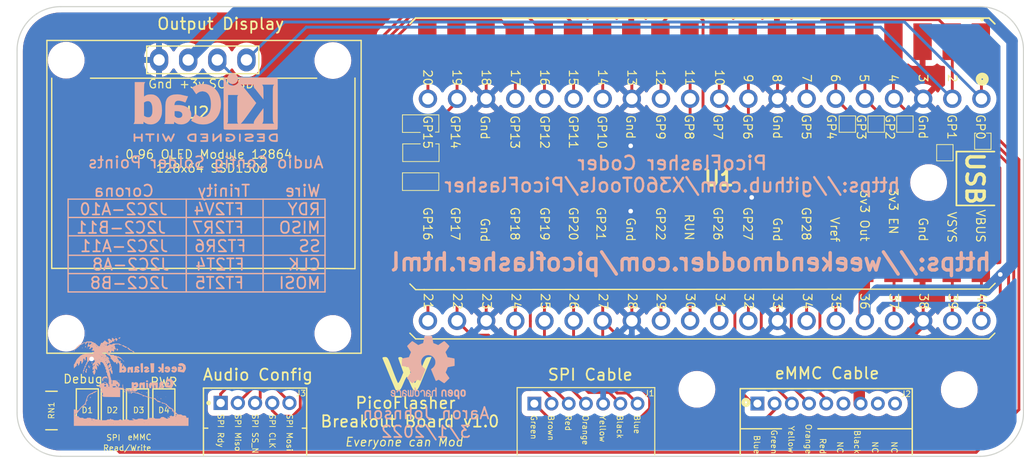
<source format=kicad_pcb>
(kicad_pcb (version 20211014) (generator pcbnew)
  (layers (0 "F.Cu" signal) (31 "B.Cu" signal) (34 "B.Paste" user) (35 "F.Paste" user) (36 "B.SilkS" user "B.Silkscreen") (37 "F.SilkS" user "F.Silkscreen") (38 "B.Mask" user) (39 "F.Mask" user) (44 "Edge.Cuts" user))
  (net 0 "")
  (net 1 "Net-(D1-Pad1)")
  (net 2 "Net-(D2-Pad1)")
  (net 3 "Net-(D3-Pad1)")
  (net 4 "Net-(D4-Pad1)")
  (net 5 "E-Yellow")
  (net 6 "E-Red")
  (net 7 "E-Orange")
  (net 8 "E-Blue")
  (net 9 "S-Orange")
  (net 10 "S-Brown")
  (net 11 "S-Red")
  (net 12 "S-Black")
  (net 13 "S-Blue")
  (net 14 "GND")
  (net 15 "Debug")
  (net 16 "eMMC")
  (net 17 "SPI")
  (net 18 "OLED Data")
  (net 19 "OLED Clock")
  (net 20 "3.3 Out")
  (net 22 "E-Green")
  (net 23 "A_Red")
  (net 24 "A_Black")
  (net 25 "A_Yellow")
  (net 26 "A_Green")
  (net 27 "unconnected-(U1-Pad7)")
  (net 28 "unconnected-(U1-Pad14)")
  (net 29 "unconnected-(U1-Pad29)")
  (net 30 "unconnected-(U1-Pad30)")
  (net 31 "unconnected-(U1-Pad31)")
  (net 32 "unconnected-(U1-Pad32)")
  (net 33 "unconnected-(U1-Pad34)")
  (net 34 "unconnected-(U1-Pad35)")
  (net 35 "unconnected-(U1-Pad37)")
  (net 36 "unconnected-(U1-Pad39)")
  (net 37 "unconnected-(U1-Pad40)")
  (net 40 "A_Blue")
  (footprint "LED_SMD:LED_0805_2012Metric_Pad1.15x1.40mm_HandSolder" (layer "F.Cu") (at 98.75 98.725 -90)
    (fp_text reference "D3")
    (fp_text value "Data" hide)
  )
  (footprint "MountingHole:MountingHole_2.2mm_M2" (layer "F.Cu") (at 92.5335 92)
    (fp_text reference "REF**" hide)
    (fp_text value "MountingHole_2.2mm_M2" hide)
  )
  (footprint "Merlin:WeekendModder" (layer "F.Cu") (at 121.979503 95.2)
    (fp_text reference "G***" hide)
    (fp_text value "LOGO" hide)
  )
  (footprint "LED_SMD:LED_0805_2012Metric_Pad1.15x1.40mm_HandSolder" (layer "F.Cu") (at 96.55 98.725 -90)
    (fp_text reference "D2")
    (fp_text value "Debug" hide)
  )
  (footprint "MountingHole:MountingHole_2.2mm_M2" (layer "F.Cu") (at 115.7835 92.025)
    (fp_text reference "REF**" hide)
    (fp_text value "MountingHole_2.2mm_M2" hide)
  )
  (footprint "MountingHole:MountingHole_2.2mm_M2" (layer "F.Cu") (at 147.525 96.9)
    (fp_text reference "REF**" hide)
    (fp_text value "MountingHole_2.2mm_M2" hide)
  )
  (footprint "MountingHole:MountingHole_2.2mm_M2" (layer "F.Cu") (at 92.5335 68.175)
    (fp_text reference "REF**" hide)
    (fp_text value "MountingHole_2.2mm_M2" hide)
  )
  (footprint "Merlin:S7BZRLFSN" (layer "F.Cu") (at 133.35 98.15)
    (fp_text reference "J2" hide)
    (fp_text value "S7B-ZR_LF__SN_" hide)
  )
  (footprint "Merlin:PICO_SMD" (layer "F.Cu") (at 122.65 65.75 -90)
    (fp_text reference "U1e" hide)
    (fp_text value "PICO" hide)
  )
  (footprint "Resistor_SMD:R_Array_Convex_4x0603" (layer "F.Cu") (at 91.25 98.75 180)
    (fp_text reference "RN1" hide)
    (fp_text value "2-1622819-4" hide)
  )
  (footprint "LED_SMD:LED_0805_2012Metric_Pad1.15x1.40mm_HandSolder" (layer "F.Cu") (at 101.05 98.725 -90)
    (fp_text reference "D4")
    (fp_text value "Data" hide)
  )
  (footprint "MountingHole:MountingHole_2.2mm_M2" (layer "F.Cu") (at 167.725 78.85)
    (fp_text reference "REF**" hide)
    (fp_text value "MountingHole_2.2mm_M2" hide)
  )
  (footprint "MountingHole:MountingHole_2.2mm_M2" (layer "F.Cu") (at 170.4 96.925)
    (fp_text reference "REF**" hide)
    (fp_text value "MountingHole_2.2mm_M2" hide)
  )
  (footprint "Merlin:JST_B9B-ZR(LF)(SN)" (layer "F.Cu") (at 158.8 98.14325 180)
    (fp_text reference "J1" hide)
    (fp_text value "B9B-ZR(LF)(SN)" hide)
  )
  (footprint "Merlin:128x64OLED" (layer "F.Cu") (at 104.25 78.75)
    (fp_text reference "U2")
    (fp_text value "SSD1306" hide)
  )
  (footprint "MountingHole:MountingHole_2.2mm_M2" (layer "F.Cu") (at 115.7835 68.2)
    (fp_text reference "REF**" hide)
    (fp_text value "MountingHole_2.2mm_M2" hide)
  )
  (footprint "Merlin:JST_B5B-ZR(LF)(SN)" (layer "F.Cu") (at 106 98.0915 180)
    (fp_text reference "J3")
    (fp_text value "Conn_01x05")
  )
  (footprint "LED_SMD:LED_0805_2012Metric_Pad1.15x1.40mm_HandSolder" (layer "F.Cu") (at 94.375 98.725 -90)
    (fp_text reference "D1")
    (fp_text value "PWR" hide)
  )
  (footprint "Merlin:PICO_THT" (layer "F.Cu") (at 122.702 70.73 -90)
    (fp_text reference "U1")
    (fp_text value "PICO" hide)
  )
  (footprint "Merlin:OSHW-Logo2_7.3x6mm_SilkScreen" (layer "B.Cu") (at 124.1 95 180)
    (fp_text reference "REF**" hide)
    (fp_text value "OSHW-Logo2_7.3x6mm_SilkScreen" hide)
  )
  (footprint "Symbol:KiCad-Logo2_5mm_SilkScreen" (layer "B.Cu") (at 104.7 72.3 180)
    (fp_text reference "REF**" hide)
    (fp_text value "KiCad-Logo2_5mm_SilkScreen" hide)
  )
  (footprint "Merlin:GeekIsland_10mmX8mm" (layer "B.Cu") (at 98.2 96.1 180)
    (fp_text reference "G***" hide)
    (fp_text value "LOGO" hide)
  )
  (gr_line (start 115.1 88.4) (end 92.7 88.4) (layer "B.SilkS") (width 0.12))
  (gr_line (start 115.1 85.2) (end 92.7 85.2) (layer "B.SilkS") (width 0.12))
  (gr_line (start 115.1 83.5) (end 92.7 83.5) (layer "B.SilkS") (width 0.12))
  (gr_line (start 109.7 80.3) (end 109.7 88.4) (layer "B.SilkS") (width 0.12))
  (gr_line (start 115.1 80.3) (end 115.1 88.4) (layer "B.SilkS") (width 0.12))
  (gr_line (start 115.1 81.9) (end 92.7 81.9) (layer "B.SilkS") (width 0.12))
  (gr_line (start 103 80.3) (end 103 88.4) (layer "B.SilkS") (width 0.12))
  (gr_line (start 115.1 80.3) (end 92.7 80.3) (layer "B.SilkS") (width 0.12))
  (gr_line (start 92.7 80.3) (end 92.7 88.4) (layer "B.SilkS") (width 0.12))
  (gr_line (start 115.1 86.8) (end 92.7 86.8) (layer "B.SilkS") (width 0.12))
  (gr_line (start 170.15 80.85) (end 173.4625 80.85) (layer "F.SilkS") (width 0.15))
  (gr_line (start 125.045 75.48) (end 124.74 75.48) (layer "F.SilkS") (width 0.075))
  (gr_line (start 173 64.5) (end 173.5 65) (layer "F.SilkS") (width 0.15))
  (gr_line (start 173.5 92) (end 173 92.5) (layer "F.SilkS") (width 0.12))
  (gr_line (start 173.4625 76.15) (end 170.15 76.15) (layer "F.SilkS") (width 0.15))
  (gr_line (start 122.5 92) (end 123 92.5) (layer "F.SilkS") (width 0.12))
  (gr_line (start 123 92.5) (end 173 92.5) (layer "F.SilkS") (width 0.12))
  (gr_line (start 125.0225 74.45) (end 124.7175 74.45) (layer "F.SilkS") (width 0.075))
  (gr_line (start 173 64.5) (end 123 64.5) (layer "F.SilkS") (width 0.15))
  (gr_line (start 123 88.2) (end 122.5 87.7) (layer "F.SilkS") (width 0.12))
  (gr_line (start 173.025 88.15) (end 123.75 88.2) (layer "F.SilkS") (width 0.12))
  (gr_line (start 173.525 87.65) (end 173.025 88.15) (layer "F.SilkS") (width 0.12))
  (gr_line (start 170.15 76.15) (end 170.15 80.85) (layer "F.SilkS") (width 0.15))
  (gr_line (start 123.75 88.2) (end 123 88.2) (layer "F.SilkS") (width 0.12))
  (gr_line (start 122.5 65) (end 123 64.5) (layer "F.SilkS") (width 0.15))
  (gr_arc (start 172.19 63.5) (mid 174.884077 64.615923) (end 176 67.31) (layer "Edge.Cuts") (width 0.1))
  (gr_line (start 92.06 63.5) (end 172.19 63.5) (layer "Edge.Cuts") (width 0.1))
  (gr_arc (start 92.06 102.75) (mid 89.365923 101.634077) (end 88.25 98.94) (layer "Edge.Cuts") (width 0.1))
  (gr_arc (start 88.25 67.31) (mid 89.365923 64.615923) (end 92.06 63.5) (layer "Edge.Cuts") (width 0.1))
  (gr_arc (start 176 98.94) (mid 174.884077 101.634077) (end 172.19 102.75) (layer "Edge.Cuts") (width 0.1))
  (gr_line (start 176 67.31) (end 176 98.94) (layer "Edge.Cuts") (width 0.1))
  (gr_line (start 88.25 67.31) (end 88.25 98.94) (layer "Edge.Cuts") (width 0.1))
  (gr_line (start 92.06 102.75) (end 172.19 102.75) (layer "Edge.Cuts") (width 0.1))
  (gr_text "Wire    Trinity     Corona\nRDY     FT2V4   J2C2-A10\nMISO    FT2R7   J2C2-B11\nSS      FT2R6   J2C2-A11\nCLK     FT2T4   J2C2-A8\nMOSI    FT2T5   J2C2-B8" (at 114.8 83.6) (layer "B.SilkS") (effects (font (size 1 1)) (justify left mirror)))
  (gr_text "PicoFlasher Coder\nhttps://github.com/X360Tools/PicoFlasher" (at 145.375 78.125) (layer "B.SilkS") (effects (font (size 1.2 1.2) (thickness 0.2)) (justify mirror)))
  (gr_text "Aaron Johnson\n3/1/2022" (at 123.9 99.8) (layer "B.SilkS") (effects (font (size 1 1)) (justify mirror)))
  (gr_text "Audio Config Solder Points" (at 104.7 77.1) (layer "B.SilkS") (effects (font (size 1 1)) (justify mirror)))
  (gr_text "https://weekendmodder.com/picoflasher.html" (at 147 85.8) (layer "B.SilkS") (effects (font (size 1.5 1.5) (thickness 0.3)) (justify mirror)))
  (gr_text "PicoFlasher \nBreakout Board v1.0" (at 122.5 98.9) (layer "F.SilkS") (effects (font (size 1 1))))
  (gr_text "3" (at 167.25 69.75 270) (layer "F.SilkS") (effects (font (size 0.75 0.75) (thickness 0.1))))
  (gr_text "J2" (at 165.75 97.3) (layer "F.SilkS") (effects (font (size 0.5 0.5) (thickness 0.075))))
  (gr_text "Blue" (at 142.3 99.1 270) (layer "F.SilkS") (effects (font (size 0.5 0.5) (thickness 0.075)) (justify left)))
  (gr_text "Vref" (at 159.55 82.95 270) (layer "F.SilkS") (effects (font (size 0.75 0.75) (thickness 0.1))))
  (gr_text "Red" (at 158.5 102.6 270) (layer "F.SilkS") (effects (font (size 0.5 0.5) (thickness 0.075)) (justify right)))
  (gr_text "GP2" (at 164.35 74 270) (layer "F.SilkS") (effects (font (size 0.75 0.75) (thickness 0.1))))
  (gr_text "Yellow" (at 155.75 102.5 270) (layer "F.SilkS") (effects (font (size 0.5 0.5) (thickness 0.075)) (justify right)))
  (gr_text "Green" (at 133.3 99.1 270) (layer "F.SilkS") (effects (font (size 0.5 0.5) (thickness 0.075)) (justify left)))
  (gr_text "26" (at 136.8 89.225 270) (layer "F.SilkS") (effects (font (size 0.75 0.75) (thickness 0.1))))
  (gr_text "8" (at 154.5 69.75 270) (layer "F.SilkS") (effects (font (size 0.75 0.75) (thickness 0.1))))
  (gr_text "40" (at 172.35 89.225 270) (layer "F.SilkS") (effects (font (size 0.75 0.75) (thickness 0.1))))
  (gr_text "35" (at 159.65 89.225 270) (layer "F.SilkS") (effects (font (size 0.75 0.75) (thickness 0.1))))
  (gr_text "Read/Write" (at 97.85 102.025) (layer "F.SilkS") (effects (font (size 0.5 0.5) (thickness 0.075))))
  (gr_text "Gnd" (at 167.25 74 270) (layer "F.SilkS") (effects (font (size 0.75 0.75) (thickness 0.1))))
  (gr_text "10" (at 149.5 69.7 270) (layer "F.SilkS") (effects (font (size 0.75 0.75) (thickness 0.1))))
  (gr_text "eMMC Cable" (at 158.875 95.5) (layer "F.SilkS") (effects (font (size 1 1))))
  (gr_text "SPI Rdy" (at 106 99 270) (layer "F.SilkS") (effects (font (size 0.5 0.5) (thickness 0.075)) (justify left)))
  (gr_text "17" (at 131.7 69.7 270) (layer "F.SilkS") (effects (font (size 0.75 0.75) (thickness 0.1))))
  (gr_text "22" (at 126.65 89.225 270) (layer "F.SilkS") (effects (font (size 0.75 0.75) (thickness 0.1))))
  (gr_text "SPI Miso" (at 107.5 99 270) (layer "F.SilkS") (effects (font (size 0.5 0.5) (thickness 0.075)) (justify left)))
  (gr_text "GP20" (at 136.75 82.45 270) (layer "F.SilkS") (effects (font (size 0.75 0.75) (thickness 0.1))))
  (gr_text "18" (at 129.15 69.7 270) (layer "F.SilkS") (effects (font (size 0.75 0.75) (thickness 0.1))))
  (gr_text "SPI Mosi" (at 112 99 270) (layer "F.SilkS") (effects (font (size 0.5 0.5) (thickness 0.075)) (justify left)))
  (gr_text "Gnd" (at 141.75 74 270) (layer "F.SilkS") (effects (font (size 0.75 0.75) (thickness 0.1))))
  (gr_text "30" (at 146.95 89.225 270) (layer "F.SilkS") (effects (font (size 0.75 0.75) (thickness 0.1))))
  (gr_text "16" (at 134.25 69.7 270) (layer "F.SilkS") (effects (font (size 0.75 0.75) (thickness 0.1))))
  (gr_text "Black" (at 140.8 99.1 270) (layer "F.SilkS") (effects (font (size 0.5 0.5) (thickness 0.075)) (justify left)))
  (gr_text "13" (at 141.85 69.7 270) (layer "F.SilkS") (effects (font (size 0.75 0.75) (thickness 0.1))))
  (gr_text "GP19" (at 134.25 82.45 270) (layer "F.SilkS") (effects (font (size 0.75 0.75) (thickness 0.1))))
  (gr_text "NC" (at 163.05 101.4 270) (layer "F.SilkS") (effects (font (size 0.5 0.5) (thickness 0.075)) (justify left)))
  (gr_text "38" (at 167.3 89.225 270) (layer "F.SilkS") (effects (font (size 0.75 0.75) (thickness 0.1))))
  (gr_text "5" (at 162.1 69.75 270) (layer "F.SilkS") (effects (font (size 0.75 0.75) (thickness 0.1))))
  (gr_text "37" (at 164.7 89.225 270) (layer "F.SilkS") (effects (font (size 0.75 0.75) (thickness 0.1))))
  (gr_text "Blue" (at 152.75 102.6 270) (layer "F.SilkS") (effects (font (size 0.5 0.5) (thickness 0.075)) (justify right)))
  (gr_text "25" (at 134.3 89.225 270) (layer "F.SilkS") (effects (font (size 0.75 0.75) (thickness 0.1))))
  (gr_text "GP22" (at 144.35 82.45 270) (layer "F.SilkS") (effects (font (size 0.75 0.75) (thickness 0.1))))
  (gr_text "Orange" (at 157.25 102.6 270) (layer "F.SilkS") (effects (font (size 0.5 0.5) (thickness 0.075)) (justify right)))
  (gr_text "3v3 Out" (at 162.15 81.75 270) (layer "F.SilkS") (effects (font (size 0.75 0.75) (thickness 0.1))))
  (gr_text "29" (at 144.4 89.225 270) (layer "F.SilkS") (effects (font (size 0.75 0.75) (thickness 0.1))))
  (gr_text "SPI" (at 96.65 101.125) (layer "F.SilkS") (effects (font (size 0.5 0.5) (thickness 0.075))))
  (gr_text "Yellow" (at 139.3 99.1 270) (layer "F.SilkS") (effects (font (size 0.5 0.5) (thickness 0.075)) (justify left)))
  (gr_text "15" (at 136.75 69.7 270) (layer "F.SilkS") (effects (font (size 0.75 0.75) (thickness 0.1))))
  (gr_text "GP5" (at 157.05 74 270) (layer "F.SilkS") (effects (font (size 0.75 0.75) (thickness 0.1))))
  (gr_text "2" (at 169.8 69.75 270) (layer "F.SilkS") (effects (font (size 0.75 0.75) (thickness 0.1))))
  (gr_text "GP28" (at 157.05 82.45 270) (layer "F.SilkS") (effects (font (size 0.75 0.75) (thickness 0.1))))
  (gr_text "GP1" (at 169.75 74 270) (layer "F.SilkS") (effects (font (size 0.75 0.75) (thickness 0.1))))
  (gr_text "39" (at 169.85 89.225 270) (layer "F.SilkS") (effects (font (size 0.75 0.75) (thickness 0.1))))
  (gr_text "GP10" (at 139.25 74.45 270) (layer "F.SilkS") (effects (font (size 0.75 0.75) (thickness 0.1))))
  (gr_text "28" (at 141.9 89.225 270) (layer "F.SilkS") (effects (font (size 0.75 0.75) (thickness 0.1))))
  (gr_text "27" (at 139.35 89.225 270) (layer "F.SilkS") (effects (font (size 0.75 0.75) (thickness 0.1))))
  (gr_text "GP21" (at 139.15 82.45 270) (layer "F.SilkS") (effects (font (size 0.75 0.75) (thickness 0.1))))
  (gr_text "Black" (at 161.5 101.5 270) (layer "F.SilkS") (effects (font (size 0.5 0.5) (thickness 0.075))))
  (gr_text "Gnd" (at 129.05 74.05 270) (layer "F.SilkS") (effects (font (size 0.75 0.75) (thickness 0.1))))
  (gr_text "Green" (at 154.25 102.6 270) (layer "F.SilkS") (effects (font (size 0.5 0.5) (thickness 0.075)) (justify right)))
  (gr_text "Gnd" (at 141.75 82.95 270) (layer "F.SilkS") (effects (font (size 0.75 0.75) (thickness 0.1))))
  (gr_text "Red" (at 136.3 99.1 270) (layer "F.SilkS") (effects (font (size 0.5 0.5) (thickness 0.075)) (justify left)))
  (gr_text "SCL" (at 106 70.25) (layer "F.SilkS") (effects (font (size 0.75 0.75) (thickness 0.1))))
  (gr_text "33" (at 154.55 89.225 270) (layer "F.SilkS") (effects (font (size 0.75 0.75) (thickness 0.1))))
  (gr_text "36" (at 162.15 89.225 270) (layer "F.SilkS") (effects (font (size 0.75 0.75) (thickness 0.1))))
  (gr_text "GP7" (at 149.35 74 270) (layer "F.SilkS") (effects (font (size 0.75 0.75) (thickness 0.1))))
  (gr_text "NC" (at 160 101.4 270) (layer "F.SilkS") (effects (font (size 0.5 0.5) (thickness 0.075)) (justify left)))
  (gr_text "GP16" (at 124.05 82.45 270) (layer "F.SilkS") (effects (font (size 0.75 0.75) (thickness 0.1))))
  (gr_text "Brown" (at 134.8 99.1 270) (layer "F.SilkS") (effects (font (size 0.5 0.5) (thickness 0.075)) (justify left)))
  (gr_text "3v3 EN" (at 164.65 81.35 270) (layer "F.SilkS") (effects (font (size 0.75 0.75) (thickness 0.1))))
  (gr_text "RUN" (at 146.85 82.75 270) (layer "F.SilkS") (effects (font (size 0.75 0.75) (thickness 0.1))))
  (gr_text "GP14" (at 126.45 74.45 270) (layer "F.SilkS") (effects (font (size 0.75 0.75) (thickness 0.1))))
  (gr_text "SPI Cable" (at 138.225 95.625) (layer "F.SilkS") (effects (font (size 1 1))))
  (gr_text "GP15" (at 124.05 74.45 270) (layer "F.SilkS") (effects (font (size 0.75 0.75) (thickness 0.1))))
  (gr_text "0.96 OLED Module 12864 \n128x64 SSD1306" (at 105.25 77) (layer "F.SilkS") (effects (font (size 0.75 0.75) (thickness 0.1))))
  (gr_text "Orange" (at 137.8 99.1 270) (layer "F.SilkS") (effects (font (size 0.5 0.5) (thickness 0.075)) (justify left)))
  (gr_text "34" (at 157.15 89.225 270) (layer "F.SilkS") (effects (font (size 0.75 0.75) (thickness 0.1))))
  (gr_text "Audio Config" (at 109.25 95.625) (layer "F.SilkS") (effects (font (size 1 1))))
  (gr_text "+3v" (at 103.5 70.25) (layer "F.SilkS") (effects (font (size 0.75 0.75) (thickness 0.1))))
  (gr_text "GP9" (at 144.35 74 270) (layer "F.SilkS") (effects (font (size 0.75 0.75) (thickness 0.1))))
  (gr_text "20" (at 124.05 69.7 270) (layer "F.SilkS") (effects (font (size 0.75 0.75) (thickness 0.1))))
  (gr_text "GP8" (at 146.85 74 270) (layer "F.SilkS") (effects (font (size 0.75 0.75) (thickness 0.1))))
  (gr_text "Gnd" (at 100.75 70.25) (layer "F.SilkS") (effects (font (size 0.75 0.75) (thickness 0.1))))
  (gr_text "GP12" (at 134.25 74.45 270) (layer "F.SilkS") (effects (font (size 0.75 0.75) (thickness 0.1))))
  (gr_text "PWR" (at 101.05 96.26) (layer "F.SilkS") (effects (font (size 0.75 0.75) (thickness 0.1))))
  (gr_text "GP27" (at 151.95 82.45 270) (layer "F.SilkS") (effects (font (size 0.75 0.75) (thickness 0.1))))
  (gr_text "Gnd" (at 129.05 83 270) (layer "F.SilkS") (effects (font (size 0.75 0.75) (thickness 0.1))))
  (gr_text "GP6" (at 151.95 74 270) (layer "F.SilkS") (effects (font (size 0.75 0.75) (thickness 0.1))))
  (gr_text "31" (at 149.55 89.225 270) (layer "F.SilkS") (effects (font (size 0.75 0.75) (thickness 0.1))))
  (gr_text "GP3" (at 161.85 74 270) (layer "F.SilkS") (effects (font (size 0.75 0.75) (thickness 0.1))))
  (gr_text "12" (at 144.35 69.7 270) (layer "F.SilkS") (effects (font (size 0.75 0.75) (thickness 0.1))))
  (gr_text "23" (at 129.2 89.225 270) (layer "F.SilkS") (effects (font (size 0.75 0.75) (thickness 0.1))))
  (gr_text "GP0" (at 172.25 74 270) (layer "F.SilkS") (effects (font (size 0.75 0.75) (thickness 0.1))))
  (gr_text "4" (at 164.65 69.75 270) (layer "F.SilkS") (effects (font (size 0.75 0.75) (thickness 0.1))))
  (gr_text "SPI CLK" (at 110.5 99 270) (layer "F.SilkS") (effects (font (size 0.5 0.5) (thickness 0.075)) (justify left)))
  (gr_text "SDA" (at 108.5 70.25) (layer "F.SilkS") (effects (font (size 0.75 0.75) (thickness 0.1))))
  (gr_text "GP18" (at 131.65 82.45 270) (layer "F.SilkS") (effects (font (size 0.75 0.75) (thickness 0.1))))
  (gr_text "NC" (at 164.725 101.4 270) (layer "F.SilkS") (effects (font (size 0.5 0.5) (thickness 0.075)) (justify left)))
  (gr_text "J1" (at 142.9 97.25) (layer "F.SilkS") (effects (font (size 0.5 0.5) (thickness 0.075)) (justify left)))
  (gr_text "32" (at 152.05 89.225 270) (layer "F.SilkS") (effects (font (size 0.75 0.75) (thickness 0.1))))
  (gr_text "GP11" (at 136.75 74.45 270) (layer "F.SilkS") (effects (font (size 0.75 0.75) (thickness 0.1))))
  (gr_text "GP26" (at 149.35 82.45 270) (layer "F.SilkS") (effects (font (size 0.75 0.75) (thickness 0.1))))
  (gr_text "VBUS" (at 172.25 82.65 270) (layer "F.SilkS") (effects (font (size 0.75 0.75) (thickness 0.1))))
  (gr_text "7" (at 157.1 69.75 270) (layer "F.SilkS") (effects (font (size 0.75 0.75) (thickness 0.1))))
  (gr_text "GP13" (at 131.65 74.45 270) (layer "F.SilkS") (effects (font (size 0.75 0.75) (thickness 0.1))))
  (gr_text "SPI SS_N" (at 109 99 270) (layer "F.SilkS") (effects (font (size 0.5 0.5) (thickness 0.075)) (justify left)))
  (gr_text "eMMC" (at 98.93 101.085) (layer "F.SilkS") (effects (font (size 0.5 0.5) (thickness 0.075))))
  (gr_text "14" (at 139.3 69.7 270) (layer "F.SilkS") (effects (font (size 0.75 0.75) (thickness 0.1))))
  (gr_text "USB" (at 171.75 78.5 270) (layer "F.SilkS") (effects (font (size 1.5 1.5) (thickness 0.3))))
  (gr_text "Gnd" (at 154.55 74 270) (layer "F.SilkS") (effects (font (size 0.75 0.75) (thickness 0.1))))
  (gr_text "GP17" (at 126.45 82.45 270) (layer "F.SilkS") (effects (font (size 0.75 0.75) (thickness 0.1))))
  (gr_text "6" (at 159.6 69.75 270) (layer "F.SilkS") (effects (font (size 0.75 0.75) (thickness 0.1))))
  (gr_text "Debug" (at 94 96) (layer "F.SilkS") (effects (font (size 0.75 0.75) (thickness 0.1))))
  (gr_text "VSYS" (at 169.75 82.75 270) (layer "F.SilkS") (effects (font (size 0.75 0.75) (thickness 0.1))))
  (gr_text "Gnd" (at 167.25 82.95 270) (layer "F.SilkS") (effects (font (size 0.75 0.75) (thickness 0.1))))
  (gr_text "Gnd" (at 154.55 82.95 270) (layer "F.SilkS") (effects (font (size 0.75 0.75) (thickness 0.1))))
  (gr_text "21" (at 124.1 89.225 270) (layer "F.SilkS") (effects (font (size 0.75 0.75) (thickness 0.1))))
  (gr_text "19" (at 126.6 69.7 270) (layer "F.SilkS") (effects (font (size 0.75 0.75) (thickness 0.1))))
  (gr_text "Everyone can Mod" (at 122 101.5) (layer "F.SilkS") (effects (font (size 0.75 0.75) (thickness 0.1) italic)))
  (gr_text "Output Display" (at 106 65) (layer "F.SilkS") (effects (font (size 1 1))))
  (gr_text "9" (at 152 69.75 270) (layer "F.SilkS") (effects (font (size 0.75 0.75) (thickness 0.1))))
  (gr_text "24" (at 131.75 89.225 270) (layer "F.SilkS") (effects (font (size 0.75 0.75) (thickness 0.1))))
  (gr_text "GP4" (at 159.25 74 270) (layer "F.SilkS") (effects (font (size 0.75 0.75) (thickness 0.1))))
  (gr_text "11" (at 146.9 69.7 270) (layer "F.SilkS") (effects (font (size 0.75 0.75) (thickness 0.1))))
  (segment (start 92.15 99.95) (end 92.587506 99.95) (width 0.25) (layer "F.Cu") (net 1))
  (segment (start 94.55 97.999022) (end 94.55 97.7) (width 0.25) (layer "F.Cu") (net 1))
  (segment (start 94.375 98.162506) (end 94.375 97.7) (width 0.25) (layer "F.Cu") (net 1))
  (segment (start 92.587506 99.95) (end 94.375 98.162506) (width 0.25) (layer "F.Cu") (net 1))
  (segment (start 95.70048 96.80048) (end 93.687027 96.80048) (width 0.25) (layer "F.Cu") (net 2))
  (segment (start 96.55 97.7) (end 96.55 97.65) (width 0.25) (layer "F.Cu") (net 2))
  (segment (start 92.560718 99.15) (end 92.15 99.15) (width 0.25) (layer "F.Cu") (net 2))
  (segment (start 93.35 98.360718) (end 92.560718 99.15) (width 0.25) (layer "F.Cu") (net 2))
  (segment (start 93.35 97.137506) (end 93.35 98.360718) (width 0.25) (layer "F.Cu") (net 2))
  (segment (start 96.55 97.65) (end 95.70048 96.80048) (width 0.25) (layer "F.Cu") (net 2))
  (segment (start 93.687027 96.80048) (end 93.581253 96.906253) (width 0.25) (layer "F.Cu") (net 2))
  (segment (start 93.581253 96.906253) (end 93.35 97.137506) (width 0.25) (layer "F.Cu") (net 2))
  (segment (start 92.87548 96.976309) (end 92.87548 98.19952) (width 0.25) (layer "F.Cu") (net 3))
  (segment (start 97.35048 96.30048) (end 93.551309 96.30048) (width 0.25) (layer "F.Cu") (net 3))
  (segment (start 92.87548 98.19952) (end 92.7 98.375) (width 0.25) (layer "F.Cu") (net 3))
  (segment (start 98.75 97.7) (end 97.35048 96.30048) (width 0.25) (layer "F.Cu") (net 3))
  (segment (start 92.7 98.375) (end 92.175 98.375) (width 0.25) (layer "F.Cu") (net 3))
  (segment (start 92.175 98.375) (end 92.15 98.35) (width 0.25) (layer "F.Cu") (net 3))
  (segment (start 93.551309 96.30048) (end 92.87548 96.976309) (width 0.25) (layer "F.Cu") (net 3))
  (segment (start 99.20096 95.85096) (end 93.34904 95.85096) (width 0.25) (layer "F.Cu") (net 4))
  (segment (start 101.05 97.7) (end 99.20096 95.85096) (width 0.25) (layer "F.Cu") (net 4))
  (segment (start 93.34904 95.85096) (end 92.15 97.05) (width 0.25) (layer "F.Cu") (net 4))
  (segment (start 92.15 97.05) (end 92.15 97.55) (width 0.25) (layer "F.Cu") (net 4))
  (segment (start 144.34 66.56) (end 144.34 65.06) (width 0.25) (layer "F.Cu") (net 5))
  (segment (start 148.056511 77.156511) (end 153.136511 82.236511) (width 0.25) (layer "F.Cu") (net 5))
  (segment (start 153.136511 82.236511) (end 153.136511 95.479761) (width 0.25) (layer "F.Cu") (net 5))
  (segment (start 148.075 64.705978) (end 148.075 65.275) (width 0.25) (layer "F.Cu") (net 5))
  (segment (start 144.392 66.612) (end 144.34 66.56) (width 0.25) (layer "F.Cu") (net 5))
  (segment (start 148.075 65.275) (end 148.056511 65.293489) (width 0.25) (layer "F.Cu") (net 5))
  (segment (start 147.469022 64.1) (end 148.075 64.705978) (width 0.25) (layer "F.Cu") (net 5))
  (segment (start 148.056511 65.293489) (end 148.056511 77.156511) (width 0.25) (layer "F.Cu") (net 5))
  (segment (start 153.136511 95.479761) (end 155.8 98.14325) (width 0.25) (layer "F.Cu") (net 5))
  (segment (start 144.392 71.54) (end 144.392 66.612) (width 0.25) (layer "F.Cu") (net 5))
  (segment (start 145.3 64.1) (end 147.469022 64.1) (width 0.25) (layer "F.Cu") (net 5))
  (segment (start 144.34 65.06) (end 145.3 64.1) (width 0.25) (layer "F.Cu") (net 5))
  (segment (start 158.8 98.14325) (end 158.8 97.775) (width 0.25) (layer "F.Cu") (net 6))
  (segment (start 152.012 66.612) (end 151.96 66.56) (width 0.25) (layer "F.Cu") (net 6))
  (segment (start 152.012 71.54) (end 152.012 66.612) (width 0.25) (layer "F.Cu") (net 6))
  (segment (start 158.8 97.775) (end 158.25 97.225) (width 0.25) (layer "F.Cu") (net 6))
  (segment (start 152.012 77.862978) (end 158.25 84.100978) (width 0.25) (layer "F.Cu") (net 6))
  (segment (start 152.012 71.54) (end 152.012 77.862978) (width 0.25) (layer "F.Cu") (net 6))
  (segment (start 158.25 84.100978) (end 158.25 97.225) (width 0.25) (layer "F.Cu") (net 6))
  (segment (start 157.3 98.14325) (end 155.75 96.59325) (width 0.25) (layer "F.Cu") (net 7))
  (segment (start 155.75 96.59325) (end 155.75 96.325) (width 0.25) (layer "F.Cu") (net 7))
  (segment (start 149.472 71.54) (end 149.472 66.612) (width 0.25) (layer "F.Cu") (net 7))
  (segment (start 149.472 71.54) (end 150.7 72.768) (width 0.25) (layer "F.Cu") (net 7))
  (segment (start 149.472 66.612) (end 149.42 66.56) (width 0.25) (layer "F.Cu") (net 7))
  (segment (start 150.7 72.768) (end 150.7 77.186696) (width 0.25) (layer "F.Cu") (net 7))
  (segment (start 157 97.75) (end 157 98.29) (width 0.25) (layer "F.Cu") (net 7))
  (segment (start 155.75 82.236696) (end 155.75 96.325) (width 0.25) (layer "F.Cu") (net 7))
  (segment (start 150.7 77.186696) (end 155.75 82.236696) (width 0.25) (layer "F.Cu") (net 7))
  (segment (start 146.932 80.011022) (end 150.835489 83.914511) (width 0.25) (layer "F.Cu") (net 8))
  (segment (start 150.835489 96.585489) (end 152.43075 98.18075) (width 0.25) (layer "F.Cu") (net 8))
  (segment (start 146.932 71.54) (end 146.932 80.011022) (width 0.25) (layer "F.Cu") (net 8))
  (segment (start 146.932 71.54) (end 146.932 66.612) (width 0.25) (layer "F.Cu") (net 8))
  (segment (start 150.835489 83.914511) (end 150.835489 96.585489) (width 0.25) (layer "F.Cu") (net 8))
  (segment (start 152.43075 98.18075) (end 152.68 98.18075) (width 0.25) (layer "F.Cu") (net 8))
  (segment (start 146.932 66.612) (end 146.88 66.56) (width 0.25) (layer "F.Cu") (net 8))
  (segment (start 133 91.975) (end 133 90.95) (width 0.25) (layer "F.Cu") (net 9))
  (segment (start 125.700978 83.75) (end 132.499022 83.75) (width 0.25) (layer "F.Cu") (net 9))
  (segment (start 137.85 98.15) (end 133 93.3) (width 0.25) (layer "F.Cu") (net 9))
  (segment (start 132.499022 83.75) (end 133 84.250978) (width 0.25) (layer "F.Cu") (net 9))
  (segment (start 124.02 85.94) (end 124.02 85.430978) (width 0.25) (layer "F.Cu") (net 9))
  (segment (start 124.072 85.992) (end 124.02 85.94) (width 0.25) (layer "F.Cu") (net 9))
  (segment (start 133 84.250978) (end 133 90.95) (width 0.25) (layer "F.Cu") (net 9))
  (segment (start 124.072 90.92) (end 124.072 85.992) (width 0.25) (layer "F.Cu") (net 9))
  (segment (start 124.02 85.430978) (end 125.700978 83.75) (width 0.25) (layer "F.Cu") (net 9))
  (segment (start 133 93.3) (end 133 91.975) (width 0.25) (layer "F.Cu") (net 9))
  (segment (start 127.867 92.175) (end 129.35 92.175) (width 0.25) (layer "F.Cu") (net 10))
  (segment (start 126.612 90.92) (end 127.867 92.175) (width 0.25) (layer "F.Cu") (net 10))
  (segment (start 129.35 92.175) (end 134.85 97.675) (width 0.25) (layer "F.Cu") (net 10))
  (segment (start 134.85 97.675) (end 134.85 98.15) (width 0.25) (layer "F.Cu") (net 10))
  (segment (start 126.612 85.992) (end 126.56 85.94) (width 0.25) (layer "F.Cu") (net 10))
  (segment (start 126.612 90.92) (end 126.612 85.992) (width 0.25) (layer "F.Cu") (net 10))
  (segment (start 136.35 98.15) (end 131.692 93.492) (width 0.25) (layer "F.Cu") (net 11))
  (segment (start 131.692 93.492) (end 131.692 90.92) (width 0.25) (layer "F.Cu") (net 11))
  (segment (start 131.692 85.992) (end 131.64 85.94) (width 0.25) (layer "F.Cu") (net 11))
  (segment (start 131.692 90.92) (end 131.692 85.992) (width 0.25) (layer "F.Cu") (net 11))
  (segment (start 134.232 90.92) (end 134.232 93.332) (width 0.25) (layer "F.Cu") (net 12))
  (segment (start 134.232 85.992) (end 134.18 85.94) (width 0.25) (layer "F.Cu") (net 12))
  (segment (start 134.232 90.92) (end 134.232 85.992) (width 0.25) (layer "F.Cu") (net 12))
  (segment (start 134.232 93.332) (end 138.075 97.175) (width 0.25) (layer "F.Cu") (net 12))
  (segment (start 139.875 97.175) (end 140.85 98.15) (width 0.25) (layer "F.Cu") (net 12))
  (segment (start 138.075 97.175) (end 139.875 97.175) (width 0.25) (layer "F.Cu") (net 12))
  (segment (start 140.575489 97.225489) (end 136.772 93.422) (width 0.25) (layer "F.Cu") (net 13))
  (segment (start 136.772 90.92) (end 136.772 85.992) (width 0.25) (layer "F.Cu") (net 13))
  (segment (start 141.425489 97.225489) (end 140.575489 97.225489) (width 0.25) (layer "F.Cu") (net 13))
  (segment (start 142.35 98.15) (end 141.425489 97.225489) (width 0.25) (layer "F.Cu") (net 13))
  (segment (start 136.772 85.992) (end 136.72 85.94) (width 0.25) (layer "F.Cu") (net 13))
  (segment (start 136.772 93.272) (end 136.772 90.92) (width 0.25) (layer "F.Cu") (net 13))
  (segment (start 136.772 93.422) (end 136.772 93.272) (width 0.25) (layer "F.Cu") (net 13))
  (segment (start 154.552 85.992) (end 154.5 85.94) (width 0.25) (layer "F.Cu") (net 14))
  (segment (start 154.552 71.54) (end 154.552 66.612) (width 0.25) (layer "F.Cu") (net 14))
  (segment (start 129.152 66.612) (end 129.1 66.56) (width 0.25) (layer "F.Cu") (net 14))
  (segment (start 141.852 90.92) (end 141.852 85.992) (width 0.25) (layer "F.Cu") (net 14))
  (segment (start 141.852 66.612) (end 141.8 66.56) (width 0.25) (layer "F.Cu") (net 14))
  (segment (start 161.68 96.492) (end 167.252 90.92) (width 1) (layer "F.Cu") (net 14))
  (segment (start 129.152 71.54) (end 129.152 66.612) (width 0.25) (layer "F.Cu") (net 14))
  (segment (start 141.852 71.54) (end 141.852 66.612) (width 0.25) (layer "F.Cu") (net 14))
  (segment (start 154.552 90.92) (end 154.552 85.992) (width 0.25) (layer "F.Cu") (net 14))
  (segment (start 167.252 85.992) (end 167.2 85.94) (width 0.25) (layer "F.Cu") (net 14))
  (segment (start 129.13 71.562) (end 129.152 71.54) (width 0.25) (layer "F.Cu") (net 14))
  (segment (start 129.152 90.92) (end 129.152 85.992) (width 0.25) (layer "F.Cu") (net 14))
  (segment (start 141.852 85.992) (end 141.8 85.94) (width 0.25) (layer "F.Cu") (net 14))
  (segment (start 161.68 98.18075) (end 161.68 96.492) (width 1) (layer "F.Cu") (net 14))
  (segment (start 167.252 90.92) (end 167.252 85.992) (width 0.25) (layer "F.Cu") (net 14))
  (segment (start 154.552 66.612) (end 154.5 66.56) (width 0.25) (layer "F.Cu") (net 14))
  (segment (start 129.152 85.992) (end 129.1 85.94) (width 0.25) (layer "F.Cu") (net 14))
  (via (at 94.75 94.25) (size 0.8) (drill 0.4) (layers "F.Cu" "B.Cu") (net 14))
  (via (at 141.75 75.65) (size 0.8) (drill 0.4) (layers "F.Cu" "B.Cu") (net 14))
  (via (at 141.75 81.35) (size 0.8) (drill 0.4) (layers "F.Cu" "B.Cu") (net 14))
  (via (at 152.3 80.15) (size 0.8) (drill 0.4) (layers "F.Cu" "B.Cu") (net 14))
  (segment (start 141.852 92.148) (end 139.35 94.65) (width 0.5) (layer "B.Cu") (net 14))
  (segment (start 141.852 90.92) (end 141.852 92.148) (width 0.5) (layer "B.Cu") (net 14))
  (segment (start 139.35 94.65) (end 139.35 98.15) (width 0.5) (layer "B.Cu") (net 14))
  (segment (start 171.87498 102.4) (end 97.2 102.4) (width 0.25) (layer "F.Cu") (net 15))
  (segment (start 175.59808 76.84808) (end 175.59808 98.676899) (width 0.25) (layer "F.Cu") (net 15))
  (segment (start 164.66 71.488) (end 164.712 71.54) (width 0.25) (layer "F.Cu") (net 15))
  (segment (start 97.2 102.4) (end 94.55 99.75) (width 0.25) (layer "F.Cu") (net 15))
  (segment (start 166.672 73.5) (end 172.25 73.5) (width 0.25) (layer "F.Cu") (net 15))
  (segment (start 164.712 71.54) (end 166.672 73.5) (width 0.25) (layer "F.Cu") (net 15))
  (segment (start 172.25 73.5) (end 175.59808 76.84808) (width 0.25) (layer "F.Cu") (net 15))
  (segment (start 175.59808 98.676899) (end 171.87498 102.4) (width 0.25) (layer "F.Cu") (net 15))
  (segment (start 164.66 66.56) (end 164.66 71.488) (width 0.25) (layer "F.Cu") (net 15))
  (segment (start 174.69904 98.304504) (end 171.502584 101.50096) (width 0.25) (layer "F.Cu") (net 16))
  (segment (start 174.69904 77.252604) (end 174.69904 98.304504) (width 0.25) (layer "F.Cu") (net 16))
  (segment (start 171.946436 74.5) (end 174.69904 77.252604) (width 0.25) (layer "F.Cu") (net 16))
  (segment (start 159.632 71.54) (end 162.592 74.5) (width 0.25) (layer "F.Cu") (net 16))
  (segment (start 100.50096 101.50096) (end 98.75 99.75) (width 0.25) (layer "F.Cu") (net 16))
  (segment (start 159.632 71.54) (end 159.632 66.612) (width 0.25) (layer "F.Cu") (net 16))
  (segment (start 171.502584 101.50096) (end 100.50096 101.50096) (width 0.25) (layer "F.Cu") (net 16))
  (segment (start 159.632 66.612) (end 159.58 66.56) (width 0.25) (layer "F.Cu") (net 16))
  (segment (start 162.592 74.5) (end 171.946436 74.5) (width 0.25) (layer "F.Cu") (net 16))
  (segment (start 98.75048 101.95048) (end 171.688782 101.95048) (width 0.25) (layer "F.Cu") (net 17))
  (segment (start 162.172 66.612) (end 162.12 66.56) (width 0.25) (layer "F.Cu") (net 17))
  (segment (start 175.14856 77.066406) (end 172.082154 74) (width 0.25) (layer "F.Cu") (net 17))
  (segment (start 172.082154 74) (end 164.632 74) (width 0.25) (layer "F.Cu") (net 17))
  (segment (start 96.55 99.75) (end 98.75048 101.95048) (width 0.25) (layer "F.Cu") (net 17))
  (segment (start 171.688782 101.95048) (end 175.14856 98.490702) (width 0.25) (layer "F.Cu") (net 17))
  (segment (start 162.172 71.54) (end 162.172 66.612) (width 0.25) (layer "F.Cu") (net 17))
  (segment (start 175.14856 98.490702) (end 175.14856 77.066406) (width 0.25) (layer "F.Cu") (net 17))
  (segment (start 164.632 74) (end 162.172 71.54) (width 0.25) (layer "F.Cu") (net 17))
  (segment (start 172.332 71.54) (end 172.332 66.612) (width 0.25) (layer "F.Cu") (net 18))
  (segment (start 172.332 66.612) (end 172.28 66.56) (width 0.25) (layer "F.Cu") (net 18))
  (segment (start 172.28 66.56) (end 172.28 65.76) (width 0.25) (layer "F.Cu") (net 18))
  (segment (start 172.332 71.54) (end 165.632825 64.840825) (width 0.25) (layer "B.Cu") (net 18))
  (segment (start 111.559175 64.840825) (end 108.25 68.15) (width 0.25) (layer "B.Cu") (net 18))
  (segment (start 165.632825 64.840825) (end 111.559175 64.840825) (width 0.25) (layer "B.Cu") (net 18))
  (segment (start 158.455489 64.635489) (end 168.615489 64.635489) (width 0.25) (layer "F.Cu") (net 19))
  (segment (start 158.4 64.690978) (end 158.455489 64.635489) (width 0.25) (layer "F.Cu") (net 19))
  (segment (start 169.792 66.612) (end 169.74 66.56) (width 0.25) (layer "F.Cu") (net 19))
  (segment (start 169.74 65.76) (end 169.74 66.56) (width 0.25) (layer "F.Cu") (net 19))
  (segment (start 169.792 71.54) (end 169.792 66.612) (width 0.25) (layer "F.Cu") (net 19))
  (segment (start 168.615489 64.635489) (end 169.74 65.76) (width 0.25) (layer "F.Cu") (net 19))
  (segment (start 163.542345 65.290345) (end 169.792 71.54) (width 0.25) (layer "B.Cu") (net 19))
  (segment (start 107.31 69.75) (end 109 69.75) (width 0.25) (layer "B.Cu") (net 19))
  (segment (start 113.459655 65.290345) (end 163.542345 65.290345) (width 0.25) (layer "B.Cu") (net 19))
  (segment (start 105.71 68.15) (end 107.31 69.75) (width 0.25) (layer "B.Cu") (net 19))
  (segment (start 109 69.75) (end 113.459655 65.290345) (width 0.25) (layer "B.Cu") (net 19))
  (segment (start 162.12 85.94) (end 162.12 90.868) (width 1) (layer "F.Cu") (net 20))
  (segment (start 171.316386 101.05144) (end 173.97454 98.393286) (width 0.25) (layer "F.Cu") (net 20))
  (segment (start 102.55144 101.05144) (end 171.316386 101.05144) (width 0.25) (layer "F.Cu") (net 20))
  (segment (start 173.97454 98.393286) (end 173.97454 86.875) (width 0.25) (layer "F.Cu") (net 20))
  (segment (start 101.25 99.75) (end 102.55144 101.05144) (width 0.25) (layer "F.Cu") (net 20))
  (segment (start 101.05 99.75) (end 101.25 99.75) (width 0.25) (layer "F.Cu") (net 20))
  (segment (start 103.17 68.15) (end 103.15 68.15) (width 0.25) (layer "F.Cu") (net 20))
  (segment (start 162.12 90.868) (end 162.172 90.92) (width 1) (layer "F.Cu") (net 20))
  (via (at 173.97454 86.875) (size 0.8) (drill 0.4) (layers "F.Cu" "B.Cu") (net 20))
  (segment (start 172.75 88.25) (end 163.25 88.25) (width 1) (layer "B.Cu") (net 20))
  (segment (start 172.516305 64.016305) (end 175 66.5) (width 1) (layer "B.Cu") (net 20))
  (segment (start 163.25 88.25) (end 162.172 89.328) (width 1) (layer "B.Cu") (net 20))
  (segment (start 103.17 68.15) (end 107.303695 64.016305) (width 1) (layer "B.Cu") (net 20))
  (segment (start 103.389359 68.15) (end 103.17 68.15) (width 1) (layer "B.Cu") (net 20))
  (segment (start 175 66.5) (end 175 86) (width 1) (layer "B.Cu") (net 20))
  (segment (start 162.172 89.328) (end 162.172 90.92) (width 1) (layer "B.Cu") (net 20))
  (segment (start 107.303695 64.016305) (end 172.516305 64.016305) (width 1) (layer "B.Cu") (net 20))
  (segment (start 175 86) (end 172.75 88.25) (width 1) (layer "B.Cu") (net 20))
  (segment (start 134.75 99.55) (end 133.35 98.15) (width 0.25) (layer "F.Cu") (net 22))
  (segment (start 154.3 98.7) (end 153.7875 99.2125) (width 0.25) (layer "F.Cu") (net 22))
  (segment (start 142.586687 96.775969) (end 143.4 97.589282) (width 0.25) (layer "F.Cu") (net 22))
  (segment (start 139.312 92.287) (end 139.312 95.087) (width 0.25) (layer "F.Cu") (net 22))
  (segment (start 139.312 90.92) (end 139.312 85.992) (width 0.25) (layer "F.Cu") (net 22))
  (segment (start 149.15 92.5) (end 140.892 92.5) (width 0.25) (layer "F.Cu") (net 22))
  (segment (start 153.7875 99.2125) (end 153.5 99.5) (width 0.25) (layer "F.Cu") (net 22))
  (segment (start 150.3 93.65) (end 149.15 92.5) (width 0.25) (layer "F.Cu") (net 22))
  (segment (start 141.000969 96.775969) (end 142.586687 96.775969) (width 0.25) (layer "F.Cu") (net 22))
  (segment (start 153.5 99.5) (end 150.975 99.5) (width 0.25) (layer "F.Cu") (net 22))
  (segment (start 139.312 95.087) (end 141.000969 96.775969) (width 0.25) (layer "F.Cu") (net 22))
  (segment (start 154.18 98.82) (end 153.7875 99.2125) (width 0.25) (layer "F.Cu") (net 22))
  (segment (start 143.4 98.575) (end 142.425 99.55) (width 0.25) (layer "F.Cu") (net 22))
  (segment (start 150.975 99.5) (end 150.3 98.825) (width 0.25) (layer "F.Cu") (net 22))
  (segment (start 142.425 99.55) (end 134.75 99.55) (width 0.25) (layer "F.Cu") (net 22))
  (segment (start 150.3 98.825) (end 150.3 93.65) (width 0.25) (layer "F.Cu") (net 22))
  (segment (start 139.312 85.992) (end 139.26 85.94) (width 0.25) (layer "F.Cu") (net 22))
  (segment (start 143.4 97.589282) (end 143.4 98.575) (width 0.25) (layer "F.Cu") (net 22))
  (segment (start 154.3 98.14325) (end 154.3 98.7) (width 0.25) (layer "F.Cu") (net 22))
  (segment (start 139.312 90.92) (end 139.312 92.287) (width 0.25) (layer "F.Cu") (net 22))
  (segment (start 140.892 92.5) (end 139.312 90.92) (width 0.25) (layer "F.Cu") (net 22))
  (segment (start 108.55048 87.313803) (end 120.25 75.614282) (width 0.25) (layer "F.Cu") (net 23))
  (segment (start 120.25 75.614282) (end 120.25 65.978565) (width 0.25) (layer "F.Cu") (net 23))
  (segment (start 136.772 71.54) (end 136.772 66.612) (width 0.25) (layer "F.Cu") (net 23))
  (segment (start 106 98.0915) (end 106 97.30048) (width 0.25) (layer "F.Cu") (net 23))
  (segment (start 136.72 64.97) (end 136.72 66.56) (width 0.25) (layer "F.Cu") (net 23))
  (segment (start 108.55048 94.75) (end 108.55048 87.313803) (width 0.25) (layer "F.Cu") (net 23))
  (segment (start 122.492115 63.736449) (end 135.486449 63.736449) (width 0.25) (layer "F.Cu") (net 23))
  (segment (start 120.25 65.978565) (end 122.492115 63.736449) (width 0.25) (layer "F.Cu") (net 23))
  (segment (start 136.772 66.612) (end 136.72 66.56) (width 0.25) (layer "F.Cu") (net 23))
  (segment (start 106 97.30048) (end 108.55048 94.75) (width 0.25) (layer "F.Cu") (net 23))
  (segment (start 135.486449 63.736449) (end 136.72 64.97) (width 0.25) (layer "F.Cu") (net 23))
  (segment (start 134.232 66.612) (end 134.18 66.56) (width 0.25) (layer "F.Cu") (net 24))
  (segment (start 132.611429 64.185969) (end 122.678313 64.185969) (width 0.25) (layer "F.Cu") (net 24))
  (segment (start 109 87.5) (end 109 96.5915) (width 0.25) (layer "F.Cu") (net 24))
  (segment (start 134.18 66.56) (end 134.18 65.75454) (width 0.25) (layer "F.Cu") (net 24))
  (segment (start 134.18 65.75454) (end 132.611429 64.185969) (width 0.25) (layer "F.Cu") (net 24))
  (segment (start 120.75 75.75) (end 109 87.5) (width 0.25) (layer "F.Cu") (net 24))
  (segment (start 134.232 71.54) (end 134.232 66.612) (width 0.25) (layer "F.Cu") (net 24))
  (segment (start 122.678313 64.185969) (end 120.75 66.114283) (width 0.25) (layer "F.Cu") (net 24))
  (segment (start 120.75 66.114283) (end 120.75 75.75) (width 0.25) (layer "F.Cu") (net 24))
  (segment (start 109 96.5915) (end 107.5 98.0915) (width 0.25) (layer "F.Cu") (net 24))
  (segment (start 121.25 66.25) (end 121.25 75.885717) (width 0.25) (layer "F.Cu") (net 25))
  (segment (start 131.64 65.89) (end 130.385489 64.635489) (width 0.25) (layer "F.Cu") (net 25))
  (segment (start 131.64 66.56) (end 131.64 65.89) (width 0.25) (layer "F.Cu") (net 25))
  (segment (start 131.692 71.54) (end 131.692 66.612) (width 0.25) (layer "F.Cu") (net 25))
  (segment (start 109.44952 97.64198) (end 109 98.0915) (width 0.25) (layer "F.Cu") (net 25))
  (segment (start 109.44952 87.686198) (end 109.44952 97.64198) (width 0.25) (layer "F.Cu") (net 25))
  (segment (start 122.864511 64.635489) (end 121.25 66.25) (width 0.25) (layer "F.Cu") (net 25))
  (segment (start 121.25 75.885717) (end 109.44952 87.686198) (width 0.25) (layer "F.Cu") (net 25))
  (segment (start 131.692 66.612) (end 131.64 66.56) (width 0.25) (layer "F.Cu") (net 25))
  (segment (start 130.385489 64.635489) (end 122.864511 64.635489) (width 0.25) (layer "F.Cu") (net 25))
  (segment (start 110.5 98.0915) (end 110.5 98.75) (width 0.25) (layer "F.Cu") (net 26))
  (segment (start 112.943511 98.556489) (end 112.943511 97.306489) (width 0.25) (layer "F.Cu") (net 26))
  (segment (start 110.34856 88.058594) (end 126.612 71.795154) (width 0.25) (layer "F.Cu") (net 26))
  (segment (start 110.5 98.75) (end 111 99.25) (width 0.25) (layer "F.Cu") (net 26))
  (segment (start 112.942207 97.306489) (end 110.34856 94.712842) (width 0.25) (layer "F.Cu") (net 26))
  (segment (start 112.943511 97.306489) (end 112.942207 97.306489) (width 0.25) (layer "F.Cu") (net 26))
  (segment (start 110.34856 94.712842) (end 110.34856 88.058594) (width 0.25) (layer "F.Cu") (net 26))
  (segment (start 112.25 99.25) (end 112.943511 98.556489) (width 0.25) (layer "F.Cu") (net 26))
  (segment (start 111 99.25) (end 112.25 99.25) (width 0.25) (layer "F.Cu") (net 26))
  (segment (start 126.612 66.612) (end 126.56 66.56) (width 0.25) (layer "F.Cu") (net 26))
  (segment (start 126.612 71.795154) (end 126.612 71.54) (width 0.25) (layer "F.Cu") (net 26))
  (segment (start 126.612 71.54) (end 126.612 66.612) (width 0.25) (layer "F.Cu") (net 26))
  (segment (start 157.092 71.54) (end 157.092 66.612) (width 0.25) (layer "F.Cu") (net 27))
  (segment (start 157.092 66.612) (end 157.04 66.56) (width 0.25) (layer "F.Cu") (net 27))
  (segment (start 139.312 66.612) (end 139.26 66.56) (width 0.25) (layer "F.Cu") (net 28))
  (segment (start 139.312 71.54) (end 139.312 66.612) (width 0.25) (layer "F.Cu") (net 28))
  (segment (start 144.392 85.992) (end 144.34 85.94) (width 0.25) (layer "F.Cu") (net 29))
  (segment (start 144.392 90.92) (end 144.392 85.992) (width 0.25) (layer "F.Cu") (net 29))
  (segment (start 146.932 85.992) (end 146.88 85.94) (width 0.25) (layer "F.Cu") (net 30))
  (segment (start 146.932 90.92) (end 146.932 85.992) (width 0.25) (layer "F.Cu") (net 30))
  (segment (start 149.472 85.992) (end 149.42 85.94) (width 0.25) (layer "F.Cu") (net 31))
  (segment (start 149.472 90.92) (end 149.472 85.992) (width 0.25) (layer "F.Cu") (net 31))
  (segment (start 152.012 85.992) (end 151.96 85.94) (width 0.25) (layer "F.Cu") (net 32))
  (segment (start 152.012 90.92) (end 152.012 85.992) (width 0.25) (layer "F.Cu") (net 32))
  (segment (start 157.092 85.992) (end 157.04 85.94) (width 0.25) (layer "F.Cu") (net 33))
  (segment (start 157.092 90.92) (end 157.092 85.992) (width 0.25) (layer "F.Cu") (net 33))
  (segment (start 159.632 90.92) (end 159.632 85.992) (width 0.25) (layer "F.Cu") (net 34))
  (segment (start 159.632 85.992) (end 159.58 85.94) (width 0.25) (layer "F.Cu") (net 34))
  (segment (start 164.712 90.92) (end 164.712 85.992) (width 0.25) (layer "F.Cu") (net 35))
  (segment (start 164.712 85.992) (end 164.66 85.94) (width 0.25) (layer "F.Cu") (net 35))
  (segment (start 169.792 90.92) (end 169.792 85.992) (width 0.25) (layer "F.Cu") (net 36))
  (segment (start 169.792 85.992) (end 169.74 85.94) (width 0.25) (layer "F.Cu") (net 36))
  (segment (start 172.332 85.992) (end 172.28 85.94) (width 0.25) (layer "F.Cu") (net 37))
  (segment (start 172.332 90.92) (end 172.332 85.992) (width 0.25) (layer "F.Cu") (net 37))
  (segment (start 109.89904 87.872396) (end 109.89904 95.89904) (width 0.25) (layer "F.Cu") (net 40))
  (segment (start 112 98) (end 112 98.0915) (width 0.25) (layer "F.Cu") (net 40))
  (segment (start 122.69 66.56) (end 121.75 67.5) (width 0.25) (layer "F.Cu") (net 40))
  (segment (start 124.072 66.612) (end 124.02 66.56) (width 0.25) (layer "F.Cu") (net 40))
  (segment (start 124.02 66.56) (end 122.69 66.56) (width 0.25) (layer "F.Cu") (net 40))
  (segment (start 124.072 71.54) (end 124.072 66.612) (width 0.25) (layer "F.Cu") (net 40))
  (segment (start 121.75 76.021436) (end 109.89904 87.872396) (width 0.25) (layer "F.Cu") (net 40))
  (segment (start 121.75 67.5) (end 121.75 76.021436) (width 0.25) (layer "F.Cu") (net 40))
  (segment (start 109.89904 95.89904) (end 112 98) (width 0.25) (layer "F.Cu") (net 40))
  (zone (net 14) (net_name "GND") (layer "F.Cu") (connect_pads (clearance 0.508)) (min_thickness 0.254) (fill yes (thermal_gap 0.508) (thermal_bridge_width 0.508))
    (polygon (pts (xy 87.762 103.23) (xy 87.762 62.92) (xy 175.392 62.92) (xy 175.392 103.23)))
  )
  (zone (net 14) (net_name "GND") (layer "B.Cu") (connect_pads (clearance 0.508)) (min_thickness 0.254) (fill yes (thermal_gap 0.508) (thermal_bridge_width 0.508))
    (polygon (pts (xy 86.762 103.23) (xy 86.762 63.32) (xy 175.392 63.32) (xy 175.392 103.23)))
  )
)
</source>
